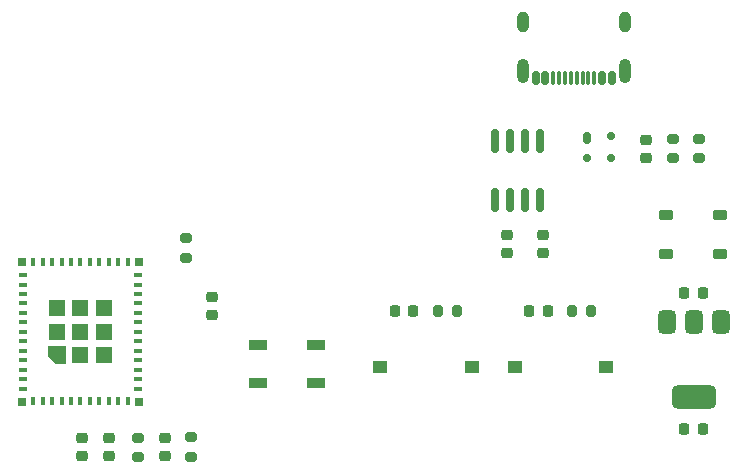
<source format=gbr>
%TF.GenerationSoftware,KiCad,Pcbnew,9.0.4*%
%TF.CreationDate,2025-09-14T05:25:08-04:00*%
%TF.ProjectId,HabitatCAN Dev Board (ESP32),48616269-7461-4744-9341-4e2044657620,3*%
%TF.SameCoordinates,Original*%
%TF.FileFunction,Paste,Top*%
%TF.FilePolarity,Positive*%
%FSLAX46Y46*%
G04 Gerber Fmt 4.6, Leading zero omitted, Abs format (unit mm)*
G04 Created by KiCad (PCBNEW 9.0.4) date 2025-09-14 05:25:08*
%MOMM*%
%LPD*%
G01*
G04 APERTURE LIST*
G04 Aperture macros list*
%AMRoundRect*
0 Rectangle with rounded corners*
0 $1 Rounding radius*
0 $2 $3 $4 $5 $6 $7 $8 $9 X,Y pos of 4 corners*
0 Add a 4 corners polygon primitive as box body*
4,1,4,$2,$3,$4,$5,$6,$7,$8,$9,$2,$3,0*
0 Add four circle primitives for the rounded corners*
1,1,$1+$1,$2,$3*
1,1,$1+$1,$4,$5*
1,1,$1+$1,$6,$7*
1,1,$1+$1,$8,$9*
0 Add four rect primitives between the rounded corners*
20,1,$1+$1,$2,$3,$4,$5,0*
20,1,$1+$1,$4,$5,$6,$7,0*
20,1,$1+$1,$6,$7,$8,$9,0*
20,1,$1+$1,$8,$9,$2,$3,0*%
%AMFreePoly0*
4,1,6,0.725000,-0.725000,-0.725000,-0.725000,-0.725000,0.125000,-0.125000,0.725000,0.725000,0.725000,0.725000,-0.725000,0.725000,-0.725000,$1*%
G04 Aperture macros list end*
%ADD10RoundRect,0.200000X0.275000X-0.200000X0.275000X0.200000X-0.275000X0.200000X-0.275000X-0.200000X0*%
%ADD11RoundRect,0.225000X0.375000X-0.225000X0.375000X0.225000X-0.375000X0.225000X-0.375000X-0.225000X0*%
%ADD12RoundRect,0.090000X-0.660000X-0.360000X0.660000X-0.360000X0.660000X0.360000X-0.660000X0.360000X0*%
%ADD13RoundRect,0.225000X-0.250000X0.225000X-0.250000X-0.225000X0.250000X-0.225000X0.250000X0.225000X0*%
%ADD14RoundRect,0.225000X-0.225000X-0.250000X0.225000X-0.250000X0.225000X0.250000X-0.225000X0.250000X0*%
%ADD15RoundRect,0.200000X-0.200000X-0.275000X0.200000X-0.275000X0.200000X0.275000X-0.200000X0.275000X0*%
%ADD16RoundRect,0.225000X0.250000X-0.225000X0.250000X0.225000X-0.250000X0.225000X-0.250000X-0.225000X0*%
%ADD17RoundRect,0.375000X-0.375000X0.625000X-0.375000X-0.625000X0.375000X-0.625000X0.375000X0.625000X0*%
%ADD18RoundRect,0.500000X-1.400000X0.500000X-1.400000X-0.500000X1.400000X-0.500000X1.400000X0.500000X0*%
%ADD19RoundRect,0.175000X-0.175000X-0.325000X0.175000X-0.325000X0.175000X0.325000X-0.175000X0.325000X0*%
%ADD20RoundRect,0.150000X-0.200000X-0.150000X0.200000X-0.150000X0.200000X0.150000X-0.200000X0.150000X0*%
%ADD21R,1.250000X1.000000*%
%ADD22RoundRect,0.150000X0.150000X0.425000X-0.150000X0.425000X-0.150000X-0.425000X0.150000X-0.425000X0*%
%ADD23RoundRect,0.075000X0.075000X0.500000X-0.075000X0.500000X-0.075000X-0.500000X0.075000X-0.500000X0*%
%ADD24O,1.000000X2.100000*%
%ADD25O,1.000000X1.800000*%
%ADD26R,0.400000X0.800000*%
%ADD27R,0.800000X0.400000*%
%ADD28FreePoly0,90.000000*%
%ADD29R,1.450000X1.450000*%
%ADD30R,0.700000X0.700000*%
%ADD31RoundRect,0.150000X0.150000X-0.825000X0.150000X0.825000X-0.150000X0.825000X-0.150000X-0.825000X0*%
G04 APERTURE END LIST*
D10*
%TO.C,R2*%
X112302944Y-103170000D03*
X112302944Y-101520000D03*
%TD*%
D11*
%TO.C,D3*%
X157500000Y-102812146D03*
X157500000Y-99512146D03*
%TD*%
D12*
%TO.C,LED1*%
X118377500Y-110516250D03*
X118377500Y-113816250D03*
X123277500Y-113816250D03*
X123277500Y-110516250D03*
%TD*%
D13*
%TO.C,C5*%
X103500000Y-118390000D03*
X103500000Y-119940000D03*
%TD*%
D14*
%TO.C,C8*%
X154473219Y-106190000D03*
X156023219Y-106190000D03*
%TD*%
D11*
%TO.C,D2*%
X152961228Y-102812146D03*
X152961228Y-99512146D03*
%TD*%
D10*
%TO.C,R4*%
X108250000Y-120040000D03*
X108250000Y-118390000D03*
%TD*%
D15*
%TO.C,R3*%
X144972500Y-107690000D03*
X146622500Y-107690000D03*
%TD*%
D16*
%TO.C,C4*%
X110500000Y-119940000D03*
X110500000Y-118390000D03*
%TD*%
D10*
%TO.C,R5*%
X112750000Y-120000000D03*
X112750000Y-118350000D03*
%TD*%
D17*
%TO.C,U2*%
X157573219Y-108640000D03*
X155273219Y-108640000D03*
D18*
X155273219Y-114940000D03*
D17*
X152973219Y-108640000D03*
%TD*%
D10*
%TO.C,R7*%
X155750000Y-94750000D03*
X155750000Y-93100000D03*
%TD*%
D19*
%TO.C,D1*%
X146249987Y-93050000D03*
D20*
X146249987Y-94750000D03*
X148249987Y-94750000D03*
X148249987Y-92850000D03*
%TD*%
D16*
%TO.C,C7*%
X151249987Y-94750000D03*
X151249987Y-93200000D03*
%TD*%
D21*
%TO.C,SW1*%
X128747500Y-112440000D03*
X136497500Y-112440000D03*
%TD*%
D13*
%TO.C,C3*%
X114500000Y-106500000D03*
X114500000Y-108050000D03*
%TD*%
D22*
%TO.C,J5*%
X148318220Y-87958102D03*
X147518220Y-87958102D03*
D23*
X146368220Y-87958102D03*
X145368220Y-87958102D03*
X144868220Y-87958102D03*
X143868220Y-87958102D03*
D22*
X142718220Y-87958102D03*
X141918220Y-87958102D03*
X141918220Y-87958102D03*
X142718220Y-87958102D03*
D23*
X143368220Y-87958102D03*
X144368220Y-87958102D03*
X145868220Y-87958102D03*
X146868220Y-87958102D03*
D22*
X147518220Y-87958102D03*
X148318220Y-87958102D03*
D24*
X149438220Y-87383102D03*
D25*
X149438220Y-83203102D03*
D24*
X140798220Y-87383102D03*
D25*
X140798220Y-83203102D03*
%TD*%
D14*
%TO.C,C2*%
X141372500Y-107690000D03*
X142922500Y-107690000D03*
%TD*%
D10*
%TO.C,R6*%
X153500000Y-94750000D03*
X153500000Y-93100000D03*
%TD*%
D14*
%TO.C,C1*%
X129970000Y-107690000D03*
X131520000Y-107690000D03*
%TD*%
D13*
%TO.C,C6*%
X105750000Y-118390000D03*
X105750000Y-119940000D03*
%TD*%
D15*
%TO.C,R1*%
X133620000Y-107690000D03*
X135270000Y-107690000D03*
%TD*%
D16*
%TO.C,C11*%
X142500000Y-102800000D03*
X142500000Y-101250000D03*
%TD*%
%TO.C,C10*%
X139500000Y-102800000D03*
X139500000Y-101250000D03*
%TD*%
D21*
%TO.C,SW2*%
X140125000Y-112440000D03*
X147875000Y-112440000D03*
%TD*%
D26*
%TO.C,U1*%
X99350000Y-115340000D03*
X100150000Y-115340000D03*
X100950000Y-115340000D03*
X101750000Y-115340000D03*
X102550000Y-115340000D03*
X103350000Y-115340000D03*
X104150000Y-115340000D03*
X104950000Y-115340000D03*
X105750000Y-115340000D03*
X106550000Y-115340000D03*
X107350000Y-115340000D03*
D27*
X108250000Y-114240000D03*
X108250000Y-113440000D03*
X108250000Y-112640000D03*
X108250000Y-111840000D03*
X108250000Y-111040000D03*
X108250000Y-110240000D03*
X108250000Y-109440000D03*
X108250000Y-108640000D03*
X108250000Y-107840000D03*
X108250000Y-107040000D03*
X108250000Y-106240000D03*
X108250000Y-105440000D03*
X108250000Y-104640000D03*
D26*
X107350000Y-103540000D03*
X106550000Y-103540000D03*
X105750000Y-103540000D03*
X104950000Y-103540000D03*
X104150000Y-103540000D03*
X103350000Y-103540000D03*
X102550000Y-103540000D03*
X101750000Y-103540000D03*
X100950000Y-103540000D03*
X100150000Y-103540000D03*
X99350000Y-103540000D03*
D27*
X98450000Y-104640000D03*
X98450000Y-105440000D03*
X98450000Y-106240000D03*
X98450000Y-107040000D03*
X98450000Y-107840000D03*
X98450000Y-108640000D03*
X98450000Y-109440000D03*
X98450000Y-110240000D03*
X98450000Y-111040000D03*
X98450000Y-111840000D03*
X98450000Y-112640000D03*
X98450000Y-113440000D03*
X98450000Y-114240000D03*
D28*
X101375000Y-111415000D03*
D29*
X103350000Y-111415000D03*
X105325000Y-111415000D03*
X101375000Y-109440000D03*
X103350000Y-109440000D03*
X105325000Y-109440000D03*
X101375000Y-107465000D03*
X103350000Y-107465000D03*
X105325000Y-107465000D03*
D30*
X98400000Y-103490000D03*
X108300000Y-103490000D03*
X108300000Y-115390000D03*
X98400000Y-115390000D03*
%TD*%
D31*
%TO.C,U3*%
X138440000Y-98250000D03*
X139710000Y-98250000D03*
X140980000Y-98250000D03*
X142250000Y-98250000D03*
X142250000Y-93300000D03*
X140980000Y-93300000D03*
X139710000Y-93300000D03*
X138440000Y-93300000D03*
%TD*%
D14*
%TO.C,C9*%
X154473219Y-117690000D03*
X156023219Y-117690000D03*
%TD*%
M02*

</source>
